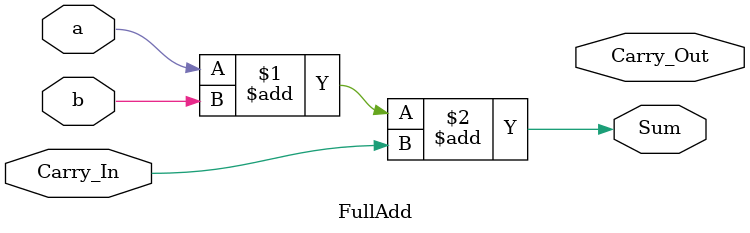
<source format=v>
module FullAdd(a,b,Carry_In,Sum,Carry_Out);
  input a,b,Carry_In;
  output Sum,Carry_Out;
  wire Sum,Carry_Out;
  
  assign Sum=a+b+Carry_In;
  
endmodule
  
</source>
